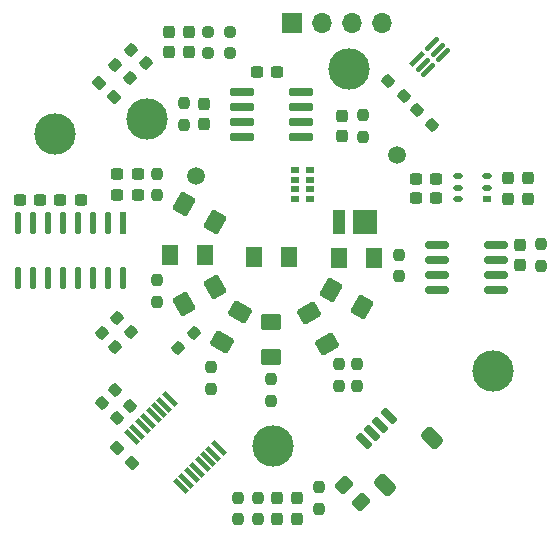
<source format=gbr>
%TF.GenerationSoftware,KiCad,Pcbnew,(6.0.4-0)*%
%TF.CreationDate,2022-11-04T09:41:38+01:00*%
%TF.ProjectId,RoundScanner,526f756e-6453-4636-916e-6e65722e6b69,2*%
%TF.SameCoordinates,Original*%
%TF.FileFunction,Soldermask,Top*%
%TF.FilePolarity,Negative*%
%FSLAX46Y46*%
G04 Gerber Fmt 4.6, Leading zero omitted, Abs format (unit mm)*
G04 Created by KiCad (PCBNEW (6.0.4-0)) date 2022-11-04 09:41:38*
%MOMM*%
%LPD*%
G01*
G04 APERTURE LIST*
G04 Aperture macros list*
%AMRoundRect*
0 Rectangle with rounded corners*
0 $1 Rounding radius*
0 $2 $3 $4 $5 $6 $7 $8 $9 X,Y pos of 4 corners*
0 Add a 4 corners polygon primitive as box body*
4,1,4,$2,$3,$4,$5,$6,$7,$8,$9,$2,$3,0*
0 Add four circle primitives for the rounded corners*
1,1,$1+$1,$2,$3*
1,1,$1+$1,$4,$5*
1,1,$1+$1,$6,$7*
1,1,$1+$1,$8,$9*
0 Add four rect primitives between the rounded corners*
20,1,$1+$1,$2,$3,$4,$5,0*
20,1,$1+$1,$4,$5,$6,$7,0*
20,1,$1+$1,$6,$7,$8,$9,0*
20,1,$1+$1,$8,$9,$2,$3,0*%
%AMRotRect*
0 Rectangle, with rotation*
0 The origin of the aperture is its center*
0 $1 length*
0 $2 width*
0 $3 Rotation angle, in degrees counterclockwise*
0 Add horizontal line*
21,1,$1,$2,0,0,$3*%
G04 Aperture macros list end*
%ADD10RoundRect,0.250001X0.713035X0.310016X-0.088036X0.772515X-0.713035X-0.310016X0.088036X-0.772515X0*%
%ADD11RoundRect,0.237500X0.300000X0.237500X-0.300000X0.237500X-0.300000X-0.237500X0.300000X-0.237500X0*%
%ADD12RoundRect,0.237500X0.237500X-0.250000X0.237500X0.250000X-0.237500X0.250000X-0.237500X-0.250000X0*%
%ADD13RoundRect,0.237500X-0.237500X0.250000X-0.237500X-0.250000X0.237500X-0.250000X0.237500X0.250000X0*%
%ADD14RoundRect,0.237500X-0.237500X0.300000X-0.237500X-0.300000X0.237500X-0.300000X0.237500X0.300000X0*%
%ADD15RoundRect,0.237500X0.237500X-0.300000X0.237500X0.300000X-0.237500X0.300000X-0.237500X-0.300000X0*%
%ADD16RotRect,1.510292X0.412132X45.000000*%
%ADD17RoundRect,0.206066X-0.388258X-0.388258X0.388258X0.388258X0.388258X0.388258X-0.388258X-0.388258X0*%
%ADD18RoundRect,0.237500X0.250000X0.237500X-0.250000X0.237500X-0.250000X-0.237500X0.250000X-0.237500X0*%
%ADD19RoundRect,0.237500X-0.300000X-0.237500X0.300000X-0.237500X0.300000X0.237500X-0.300000X0.237500X0*%
%ADD20RoundRect,0.237500X0.344715X-0.008839X-0.008839X0.344715X-0.344715X0.008839X0.008839X-0.344715X0*%
%ADD21RoundRect,0.237500X0.008839X0.344715X-0.344715X-0.008839X-0.008839X-0.344715X0.344715X0.008839X0*%
%ADD22C,3.500000*%
%ADD23RoundRect,0.250001X-0.713035X-0.310016X0.088036X-0.772515X0.713035X0.310016X-0.088036X0.772515X0*%
%ADD24RoundRect,0.250001X0.310016X-0.713035X0.772515X0.088036X-0.310016X0.713035X-0.772515X-0.088036X0*%
%ADD25RoundRect,0.250001X0.462499X0.624999X-0.462499X0.624999X-0.462499X-0.624999X0.462499X-0.624999X0*%
%ADD26R,0.543390X1.874066*%
%ADD27RoundRect,0.271695X0.000000X0.665338X0.000000X-0.665338X0.000000X-0.665338X0.000000X0.665338X0*%
%ADD28RoundRect,0.250001X-0.088036X-0.772515X0.713035X-0.310016X0.088036X0.772515X-0.713035X0.310016X0*%
%ADD29RoundRect,0.237500X-0.344715X0.008839X0.008839X-0.344715X0.344715X-0.008839X-0.008839X0.344715X0*%
%ADD30C,1.500000*%
%ADD31RoundRect,0.042000X0.943000X0.258000X-0.943000X0.258000X-0.943000X-0.258000X0.943000X-0.258000X0*%
%ADD32RoundRect,0.250001X-0.462499X-0.624999X0.462499X-0.624999X0.462499X0.624999X-0.462499X0.624999X0*%
%ADD33RoundRect,0.237500X-0.380070X0.044194X0.044194X-0.380070X0.380070X-0.044194X-0.044194X0.380070X0*%
%ADD34RoundRect,0.150000X-0.825000X-0.150000X0.825000X-0.150000X0.825000X0.150000X-0.825000X0.150000X0*%
%ADD35R,2.100000X2.100000*%
%ADD36R,1.000000X2.100000*%
%ADD37RotRect,0.450000X1.475000X225.000000*%
%ADD38R,0.800000X0.550000*%
%ADD39O,0.800000X0.550000*%
%ADD40RoundRect,0.250001X0.772515X-0.088036X0.310016X0.713035X-0.772515X0.088036X-0.310016X-0.713035X0*%
%ADD41R,0.690000X0.590000*%
%ADD42RoundRect,0.250000X0.548008X0.088388X0.088388X0.548008X-0.548008X-0.088388X-0.088388X-0.548008X0*%
%ADD43RoundRect,0.237500X-0.008839X-0.344715X0.344715X0.008839X0.008839X0.344715X-0.344715X-0.008839X0*%
%ADD44RoundRect,0.150000X0.335876X-0.548008X0.548008X-0.335876X-0.335876X0.548008X-0.548008X0.335876X0*%
%ADD45RoundRect,0.250000X0.212132X-0.707107X0.707107X-0.212132X-0.212132X0.707107X-0.707107X0.212132X0*%
%ADD46RoundRect,0.250001X0.624999X-0.462499X0.624999X0.462499X-0.624999X0.462499X-0.624999X-0.462499X0*%
%ADD47R,1.700000X1.700000*%
%ADD48O,1.700000X1.700000*%
G04 APERTURE END LIST*
D10*
%TO.C,D8*%
X96919213Y-111868750D03*
X94342787Y-110381250D03*
%TD*%
D11*
%TO.C,C7*%
X77951500Y-100584000D03*
X76226500Y-100584000D03*
%TD*%
D12*
%TO.C,R29*%
X96520000Y-118514500D03*
X96520000Y-116689500D03*
%TD*%
D13*
%TO.C,R1*%
X97028000Y-95607500D03*
X97028000Y-97432500D03*
%TD*%
D14*
%TO.C,C3*%
X83566000Y-94641500D03*
X83566000Y-96366500D03*
%TD*%
D15*
%TO.C,C5*%
X80645000Y-90270500D03*
X80645000Y-88545500D03*
%TD*%
D16*
%TO.C,Q1*%
X101646335Y-90855427D03*
D17*
X102105954Y-91315046D03*
X102565573Y-91774665D03*
X103839665Y-90500573D03*
X103380046Y-90040954D03*
X102920427Y-89581335D03*
%TD*%
D13*
%TO.C,R16*%
X93345000Y-127103500D03*
X93345000Y-128928500D03*
%TD*%
D18*
%TO.C,R4*%
X85748500Y-88519000D03*
X83923500Y-88519000D03*
%TD*%
D19*
%TO.C,C20*%
X101499501Y-102616002D03*
X103224501Y-102616002D03*
%TD*%
D20*
%TO.C,R7*%
X100467235Y-93990235D03*
X99176765Y-92699765D03*
%TD*%
D21*
%TO.C,R6*%
X78623235Y-91175765D03*
X77332765Y-92466235D03*
%TD*%
D22*
%TO.C,H2*%
X78740000Y-95885000D03*
%TD*%
D14*
%TO.C,C2*%
X95250000Y-95657500D03*
X95250000Y-97382500D03*
%TD*%
%TO.C,C14*%
X110988500Y-100928000D03*
X110988500Y-102653000D03*
%TD*%
D23*
%TO.C,D10*%
X81896787Y-103142250D03*
X84473213Y-104629750D03*
%TD*%
D24*
%TO.C,D5*%
X85108250Y-114826213D03*
X86595750Y-112249787D03*
%TD*%
D15*
%TO.C,C16*%
X91440000Y-129767500D03*
X91440000Y-128042500D03*
%TD*%
D25*
%TO.C,D9*%
X98007500Y-107696000D03*
X95032500Y-107696000D03*
%TD*%
D14*
%TO.C,C17*%
X89789000Y-128042500D03*
X89789000Y-129767500D03*
%TD*%
D12*
%TO.C,R20*%
X112141000Y-108354500D03*
X112141000Y-106529500D03*
%TD*%
D26*
%TO.C,U2*%
X76708000Y-104744933D03*
D27*
X75438000Y-104744933D03*
X74168000Y-104744933D03*
X72898000Y-104744933D03*
X71628000Y-104744933D03*
X70358000Y-104744933D03*
X69088000Y-104744933D03*
X67818000Y-104744933D03*
X67818000Y-109377067D03*
X69088000Y-109377067D03*
X70358000Y-109377067D03*
X71628000Y-109377067D03*
X72898000Y-109377067D03*
X74168000Y-109377067D03*
X75438000Y-109377067D03*
X76708000Y-109377067D03*
%TD*%
D12*
%TO.C,R2*%
X81915000Y-96416500D03*
X81915000Y-94591500D03*
%TD*%
D28*
%TO.C,D4*%
X81896787Y-111614750D03*
X84473213Y-110127250D03*
%TD*%
D13*
%TO.C,R12*%
X88138000Y-127992500D03*
X88138000Y-129817500D03*
%TD*%
D29*
%TO.C,R22*%
X76017636Y-118900058D03*
X77308106Y-120190528D03*
%TD*%
D11*
%TO.C,C6*%
X77951500Y-102362000D03*
X76226500Y-102362000D03*
%TD*%
D12*
%TO.C,R28*%
X94996000Y-118514500D03*
X94996000Y-116689500D03*
%TD*%
D29*
%TO.C,R8*%
X101589765Y-95112765D03*
X102880235Y-96403235D03*
%TD*%
D12*
%TO.C,R26*%
X84201000Y-118768500D03*
X84201000Y-116943500D03*
%TD*%
D14*
%TO.C,C13*%
X110363000Y-106579500D03*
X110363000Y-108304500D03*
%TD*%
D19*
%TO.C,C10*%
X67971500Y-102743000D03*
X69696500Y-102743000D03*
%TD*%
D22*
%TO.C,H1*%
X89408000Y-123571000D03*
%TD*%
D30*
%TO.C,TP4*%
X99949000Y-98933000D03*
%TD*%
D14*
%TO.C,C15*%
X109337501Y-100928000D03*
X109337501Y-102653000D03*
%TD*%
D13*
%TO.C,R31*%
X79629000Y-100560500D03*
X79629000Y-102385500D03*
%TD*%
D31*
%TO.C,U1*%
X91751000Y-97409000D03*
X91751000Y-96139000D03*
X91751000Y-94869000D03*
X91751000Y-93599000D03*
X86811000Y-93599000D03*
X86811000Y-94869000D03*
X86811000Y-96139000D03*
X86811000Y-97409000D03*
%TD*%
D12*
%TO.C,R11*%
X86487000Y-129794000D03*
X86487000Y-127969000D03*
%TD*%
D32*
%TO.C,D1*%
X87793500Y-107569000D03*
X90768500Y-107569000D03*
%TD*%
D33*
%TO.C,C8*%
X74701120Y-92862120D03*
X75920880Y-94081880D03*
%TD*%
D34*
%TO.C,U3*%
X103316000Y-106553000D03*
X103316000Y-107823000D03*
X103316000Y-109093000D03*
X103316000Y-110363000D03*
X108266000Y-110363000D03*
X108266000Y-109093000D03*
X108266000Y-107823000D03*
X108266000Y-106553000D03*
%TD*%
D19*
%TO.C,C9*%
X71400500Y-102743000D03*
X73125500Y-102743000D03*
%TD*%
D22*
%TO.C,H4*%
X95885000Y-91694000D03*
%TD*%
%TO.C,H3*%
X108077000Y-117221000D03*
%TD*%
D35*
%TO.C,D3*%
X97203000Y-104648000D03*
D36*
X95033000Y-104648000D03*
%TD*%
D12*
%TO.C,R27*%
X89281000Y-119784500D03*
X89281000Y-117959500D03*
%TD*%
D32*
%TO.C,D11*%
X80681500Y-107442000D03*
X83656500Y-107442000D03*
%TD*%
D11*
%TO.C,C1*%
X89762500Y-91948000D03*
X88037500Y-91948000D03*
%TD*%
D37*
%TO.C,U5*%
X81621812Y-127003148D03*
X82081431Y-126543528D03*
X82541051Y-126083909D03*
X83000670Y-125624289D03*
X83460289Y-125164670D03*
X83919909Y-124705051D03*
X84379528Y-124245431D03*
X84839148Y-123785812D03*
X80684188Y-119630852D03*
X80224569Y-120090472D03*
X79764949Y-120550091D03*
X79305330Y-121009711D03*
X78845711Y-121469330D03*
X78386091Y-121928949D03*
X77926472Y-122388569D03*
X77466852Y-122848188D03*
%TD*%
D33*
%TO.C,C18*%
X76232596Y-123784752D03*
X77452356Y-125004512D03*
%TD*%
D38*
%TO.C,U7*%
X107499000Y-102677001D03*
D39*
X107499000Y-101727000D03*
X107499000Y-100776999D03*
X105099000Y-100776999D03*
X105099000Y-101727000D03*
X105099000Y-102677001D03*
%TD*%
D14*
%TO.C,C4*%
X82296001Y-88545500D03*
X82296001Y-90270500D03*
%TD*%
D40*
%TO.C,D7*%
X93961750Y-114953213D03*
X92474250Y-112376787D03*
%TD*%
D12*
%TO.C,R30*%
X100076000Y-109243500D03*
X100076000Y-107418500D03*
%TD*%
D30*
%TO.C,TP3*%
X82931000Y-100711000D03*
%TD*%
D41*
%TO.C,U6*%
X92588000Y-102673000D03*
X92588000Y-101873000D03*
X92588000Y-101073000D03*
X92588000Y-100273000D03*
X91308000Y-100273000D03*
X91308000Y-101073000D03*
X91308000Y-101873000D03*
X91308000Y-102673000D03*
%TD*%
D42*
%TO.C,D2*%
X96863784Y-128359784D03*
X95414216Y-126910216D03*
%TD*%
D21*
%TO.C,R21*%
X77353235Y-113925141D03*
X76062765Y-115215611D03*
%TD*%
D18*
%TO.C,R3*%
X85748500Y-90297000D03*
X83923500Y-90297000D03*
%TD*%
D21*
%TO.C,R5*%
X77353235Y-90032765D03*
X76062765Y-91323235D03*
%TD*%
D43*
%TO.C,R24*%
X74919765Y-114072611D03*
X76210235Y-112782141D03*
%TD*%
D44*
%TO.C,J2*%
X97093126Y-123217447D03*
X97800233Y-122510340D03*
X98507340Y-121803233D03*
X99214447Y-121096126D03*
D45*
X98913926Y-126876724D03*
X102873724Y-122916926D03*
%TD*%
D43*
%TO.C,R25*%
X81396765Y-115326235D03*
X82687235Y-114035765D03*
%TD*%
D19*
%TO.C,C19*%
X101499501Y-100965001D03*
X103224501Y-100965001D03*
%TD*%
D29*
%TO.C,R23*%
X74940005Y-119977689D03*
X76230475Y-121268159D03*
%TD*%
D46*
%TO.C,D6*%
X89281000Y-116041500D03*
X89281000Y-113066500D03*
%TD*%
D22*
%TO.C,H5*%
X70993000Y-97155000D03*
%TD*%
D12*
%TO.C,R32*%
X79629000Y-111402500D03*
X79629000Y-109577500D03*
%TD*%
D47*
%TO.C,J1*%
X91059000Y-87757000D03*
D48*
X93599000Y-87757000D03*
X96139000Y-87757000D03*
X98679000Y-87757000D03*
%TD*%
M02*

</source>
